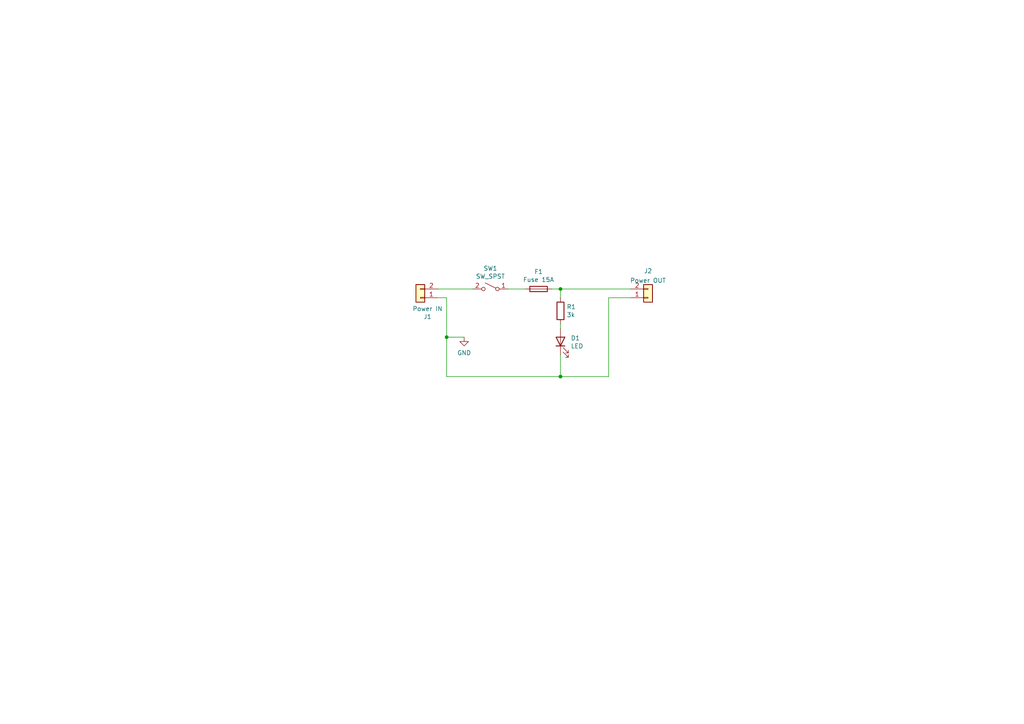
<source format=kicad_sch>
(kicad_sch (version 20211123) (generator eeschema)
  (paper "A4")
  (lib_symbols
    (symbol "Connector_Generic:Conn_01x02" (pin_names (offset 1.016) hide)
      (property "Reference" "J" (at 0 2.54 0))
      (property "Value" "Conn_01x02" (at 0 -5.08 0))
      (symbol "Conn_01x02_1_1"
        (rectangle (start -1.27 -2.413) (end 0 -2.667) (stroke (width 0.1524)))
        (rectangle (start -1.27 0.127) (end 0 -0.127) (stroke (width 0.1524)))
        (rectangle (start -1.27 1.27) (end 1.27 -3.81) (stroke (width 0.254)) (fill (type background)))
        (pin passive line (at -5.08 0 0) (length 3.81) (name "Pin_1") (number "1"))
        (pin passive line (at -5.08 -2.54 0) (length 3.81) (name "Pin_2") (number "2"))
      )
    )
    (symbol "Device:Fuse" (pin_numbers hide) (pin_names (offset 0))
      (property "Reference" "F" (at 2.032 0 90))
      (property "Value" "Fuse" (at -1.905 0 90))
      (symbol "Fuse_0_1"
        (rectangle (start -0.762 -2.54) (end 0.762 2.54) (stroke (width 0.254)))
        (polyline (pts (xy 0 2.54) (xy 0 -2.54)))
      )
      (symbol "Fuse_1_1"
        (pin passive line (at 0 3.81 270) (length 1.27) (name "~") (number "1"))
        (pin passive line (at 0 -3.81 90) (length 1.27) (name "~") (number "2"))
      )
    )
    (symbol "Device:LED" (pin_numbers hide) (pin_names (offset 1.016) hide)
      (property "Reference" "D" (at 0 2.54 0))
      (property "Value" "LED" (at 0 -2.54 0))
      (symbol "LED_0_1"
        (polyline (pts (xy -1.27 -1.27) (xy -1.27 1.27)) (stroke (width 0.254)))
        (polyline (pts (xy -1.27 0) (xy 1.27 0)))
        (polyline (pts (xy 1.27 -1.27) (xy 1.27 1.27) (xy -1.27 0) (xy 1.27 -1.27)) (stroke (width 0.254)))
        (polyline (pts (xy -3.048 -0.762) (xy -4.572 -2.286) (xy -3.81 -2.286) (xy -4.572 -2.286) (xy -4.572 -1.524)))
        (polyline (pts (xy -1.778 -0.762) (xy -3.302 -2.286) (xy -2.54 -2.286) (xy -3.302 -2.286) (xy -3.302 -1.524)))
      )
      (symbol "LED_1_1"
        (pin passive line (at -3.81 0 0) (length 2.54) (name "K") (number "1"))
        (pin passive line (at 3.81 0 180) (length 2.54) (name "A") (number "2"))
      )
    )
    (symbol "Device:R" (pin_numbers hide) (pin_names (offset 0))
      (property "Reference" "R" (at 2.032 0 90))
      (property "Value" "R" (at 0 0 90))
      (symbol "R_0_1"
        (rectangle (start -1.016 -2.54) (end 1.016 2.54) (stroke (width 0.254)))
      )
      (symbol "R_1_1"
        (pin passive line (at 0 3.81 270) (length 1.27) (name "~") (number "1"))
        (pin passive line (at 0 -3.81 90) (length 1.27) (name "~") (number "2"))
      )
    )
    (symbol "Switch:SW_SPST" (pin_names (offset 0) hide)
      (property "Reference" "SW" (at 0 3.175 0))
      (property "Value" "SW_SPST" (at 0 -2.54 0))
      (symbol "SW_SPST_0_0"
        (circle (center -2.032 0) (radius 0.508))
        (polyline (pts (xy -1.524 0.254) (xy 1.524 1.778)))
        (circle (center 2.032 0) (radius 0.508))
      )
      (symbol "SW_SPST_1_1"
        (pin passive line (at -5.08 0 0) (length 2.54) (name "A") (number "1"))
        (pin passive line (at 5.08 0 180) (length 2.54) (name "B") (number "2"))
      )
    )
    (symbol "power:GND" (power) (pin_names (offset 0))
      (property "Value" "GND" (at 0 -3.81 0))
      (symbol "GND_0_1"
        (polyline (pts (xy 0 0) (xy 0 -1.27) (xy 1.27 -1.27) (xy 0 -2.54) (xy -1.27 -1.27) (xy 0 -1.27)))
      )
      (symbol "GND_1_1"
        (pin power_in line (at 0 0 270) (length 0) hide (name "GND") (number "1"))
      )
    )
  )
  (junction (at 162.56 109.22))
  (junction (at 129.54 97.79))
  (junction (at 162.56 83.82))
  (wire (pts (xy 162.56 83.82) (xy 162.56 86.36)))
  (wire (pts (xy 147.32 83.82) (xy 152.4 83.82)))
  (wire (pts (xy 162.56 102.87) (xy 162.56 109.22)))
  (wire (pts (xy 127 83.82) (xy 137.16 83.82)))
  (wire (pts (xy 162.56 109.22) (xy 176.53 109.22)))
  (wire (pts (xy 127 86.36) (xy 129.54 86.36)))
  (wire (pts (xy 129.54 86.36) (xy 129.54 97.79)))
  (wire (pts (xy 176.53 109.22) (xy 176.53 86.36)))
  (wire (pts (xy 160.02 83.82) (xy 162.56 83.82)))
  (wire (pts (xy 129.54 109.22) (xy 162.56 109.22)))
  (wire (pts (xy 162.56 93.98) (xy 162.56 95.25)))
  (wire (pts (xy 162.56 83.82) (xy 182.88 83.82)))
  (wire (pts (xy 129.54 97.79) (xy 129.54 109.22)))
  (wire (pts (xy 176.53 86.36) (xy 182.88 86.36)))
  (wire (pts (xy 129.54 97.79) (xy 134.62 97.79)))
  (symbol (lib_id "Device:LED") (at 162.56 99.06 90) (unit 1)
    (property "Reference" "D1" (at 165.5318 98.0694 90) (effects (justify right)))
    (property "Value" "LED" (at 165.5318 100.3808 90) (effects (justify right)))
    (property "Footprint" "0.main.robot:LED_SMLE13WBC8W1" (effects hide))
  )
  (symbol (lib_id "Device:R") (at 162.56 90.17 0) (unit 1)
    (property "Reference" "R1" (at 164.338 89.0016 0) (effects (justify left)))
    (property "Value" "3k" (at 164.338 91.313 0) (effects (justify left)))
    (property "Footprint" "Resistor_SMD:R_0603_1608Metric_Pad0.98x0.95mm_HandSolder" (effects hide))
  )
  (symbol (lib_id "Device:Fuse") (at 156.21 83.82 270) (unit 1)
    (property "Reference" "F1" (at 156.21 78.8162 90))
    (property "Value" "Fuse 15A" (at 156.21 81.1276 90))
    (property "Footprint" "0.main.robot:FUSE_20mm" (effects hide))
  )
  (symbol (lib_id "Connector_Generic:Conn_01x02") (at 121.92 86.36 180) (unit 1)
    (property "Reference" "J1" (at 124.0028 91.8718 0))
    (property "Value" "Power IN" (at 124.0028 89.5604 0))
    (property "Footprint" "0.main.robot:AMASS_XT60-M_1x02_P7.20mm_Vertical" (effects hide))
  )
  (symbol (lib_id "Connector_Generic:Conn_01x02") (at 187.96 86.36 0) (mirror x) (unit 1)
    (property "Reference" "J2" (at 187.96 78.5835 0))
    (property "Value" "Power OUT" (at 187.96 81.3586 0))
    (property "Footprint" "Connector_JST:JST_VH_B2PS-VH_1x02_P3.96mm_Horizontal" (effects hide))
  )
  (symbol (lib_id "Switch:SW_SPST") (at 142.24 83.82 0) (mirror y) (unit 1)
    (property "Reference" "SW1" (at 142.24 77.851 0))
    (property "Value" "SW_SPST" (at 142.24 80.1624 0))
    (property "Footprint" "0.main.robot:SW_SPST_POWER" (effects hide))
  )
  (symbol (lib_id "power:GND") (at 134.62 97.79 0) (unit 1)
    (property "Reference" "#PWR0101" (effects hide))
    (property "Value" "GND" (at 134.62 102.3525 0))
  )
)
</source>
